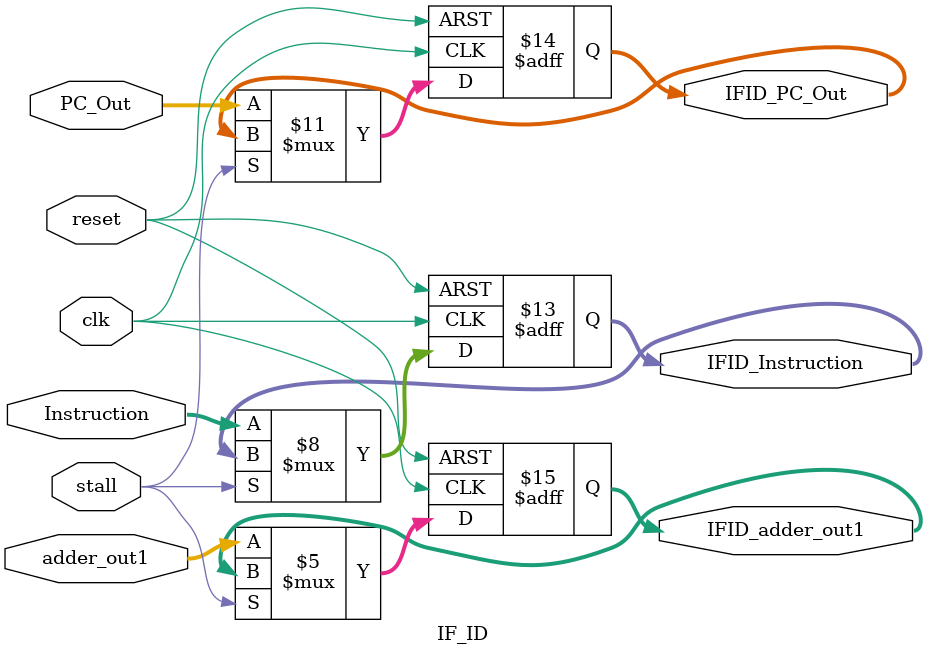
<source format=v>
`timescale 1ns / 1ps


module IF_ID(
    input clk, reset, stall,
    input [31:0] Instruction,
    input [63:0] PC_Out,
    input [63:0] adder_out1,
    output reg [31:0] IFID_Instruction,
    output reg [63:0] IFID_PC_Out, IFID_adder_out1
);

always @(posedge clk or posedge reset) begin
    if (reset == 1'b1) begin
        IFID_Instruction = 0; 
        IFID_PC_Out = 0;
        IFID_adder_out1 = 0;
    end
    
     else if (stall==1'b1)
      begin
        IFID_PC_Out = IFID_PC_Out;
        IFID_Instruction = IFID_Instruction;
        IFID_adder_out1=IFID_adder_out1;
      end
    else begin
        IFID_Instruction = Instruction; 
        IFID_PC_Out = PC_Out;
        IFID_adder_out1 = adder_out1;
    end
end
endmodule


</source>
